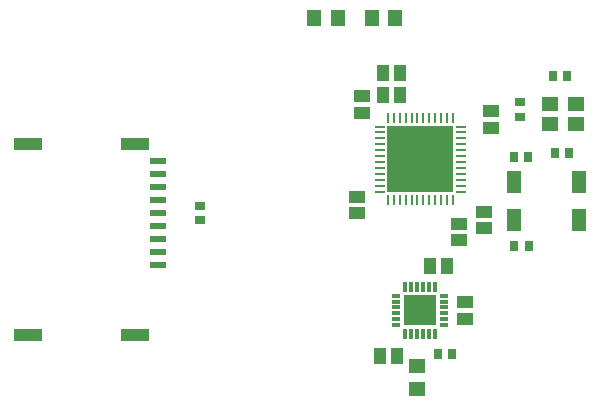
<source format=gtp>
%FSLAX23Y23*%
%MOIN*%
%SFA1B1*%

%IPPOS*%
%ADD16R,0.047240X0.057090*%
%ADD17R,0.043310X0.053150*%
%ADD18R,0.051180X0.074800*%
%ADD19R,0.029530X0.035430*%
%ADD20R,0.055120X0.047240*%
%ADD21R,0.053150X0.043310*%
%ADD22R,0.055120X0.024410*%
%ADD23R,0.094490X0.043310*%
%ADD24R,0.220470X0.220470*%
%ADD25O,0.009840X0.035430*%
%ADD26O,0.035430X0.009840*%
%ADD27R,0.037400X0.031500*%
%ADD28R,0.031500X0.013780*%
%ADD29R,0.013780X0.033470*%
%ADD30R,0.106300X0.102360*%
%ADD31R,0.035430X0.029530*%
%ADD32R,0.057090X0.047240*%
%LNmtb_telemetry_system_pcb-1*%
%LPD*%
G54D16*
X5023Y4317D03*
X4944D03*
X5215Y4319D03*
X5136D03*
G54D17*
X5174Y4134D03*
X5229D03*
X5164Y3193D03*
X5219D03*
X5174Y4062D03*
X5229D03*
X5386Y3491D03*
X5331D03*
G54D18*
X5826Y3646D03*
Y3772D03*
X5610Y3646D03*
Y3772D03*
G54D19*
X5793Y3870D03*
X5746D03*
X5658Y3854D03*
X5611D03*
X5612Y3558D03*
X5659D03*
X5356Y3199D03*
X5403D03*
X5787Y4126D03*
X5740D03*
G54D20*
X5818Y4033D03*
Y3966D03*
X5731D03*
Y4033D03*
G54D21*
X5428Y3578D03*
Y3633D03*
X5534Y4008D03*
Y3953D03*
X5446Y3371D03*
Y3316D03*
X5509Y3617D03*
Y3672D03*
X5105Y4058D03*
Y4003D03*
X5087Y3668D03*
Y3723D03*
G54D22*
X4425Y3496D03*
Y3540D03*
Y3583D03*
Y3626D03*
Y3670D03*
Y3713D03*
Y3756D03*
Y3800D03*
Y3843D03*
G54D23*
X3992Y3897D03*
X4347D03*
Y3261D03*
X3992D03*
G54D24*
X5298Y3848D03*
G54D25*
X5407Y3712D03*
X5387D03*
X5367D03*
X5348D03*
X5328D03*
X5308D03*
X5288D03*
X5269D03*
X5249D03*
X5229D03*
X5210D03*
X5190D03*
Y3984D03*
X5210D03*
X5229D03*
X5249D03*
X5269D03*
X5288D03*
X5308D03*
X5328D03*
X5348D03*
X5367D03*
X5387D03*
X5407D03*
G54D26*
X5163Y3740D03*
Y3759D03*
Y3779D03*
Y3799D03*
Y3818D03*
Y3838D03*
Y3858D03*
Y3878D03*
Y3897D03*
Y3917D03*
Y3937D03*
Y3956D03*
X5434D03*
Y3937D03*
Y3917D03*
Y3897D03*
Y3878D03*
Y3858D03*
Y3838D03*
Y3818D03*
Y3799D03*
Y3779D03*
Y3759D03*
Y3740D03*
G54D27*
X5629Y3988D03*
Y4039D03*
G54D28*
X5218Y3393D03*
Y3373D03*
Y3354D03*
Y3334D03*
Y3314D03*
Y3295D03*
X5376Y3393D03*
Y3373D03*
Y3354D03*
Y3334D03*
Y3314D03*
Y3295D03*
G54D29*
X5248Y3266D03*
X5268D03*
X5287D03*
X5307D03*
X5327D03*
X5346D03*
X5248Y3422D03*
X5268D03*
X5287D03*
X5307D03*
X5327D03*
X5346D03*
G54D30*
X5297Y3344D03*
G54D31*
X4563Y3693D03*
Y3646D03*
G54D32*
X5286Y3081D03*
Y3160D03*
M02*
</source>
